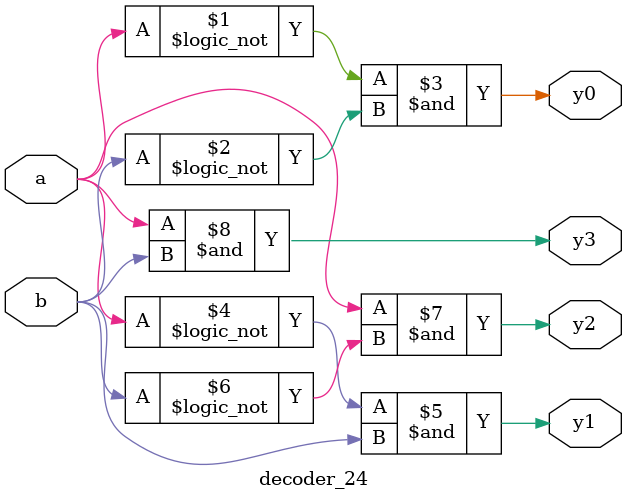
<source format=v>
module decoder_24(a,b,y0,y1,y2,y3);
  input a,b;
  output y0,y1,y2,y3;
  assign y0 = !a&!b;
  assign y1 = !a&b;
  assign y2 = a&!b;
  assign y3 = a&b;
endmodule


</source>
